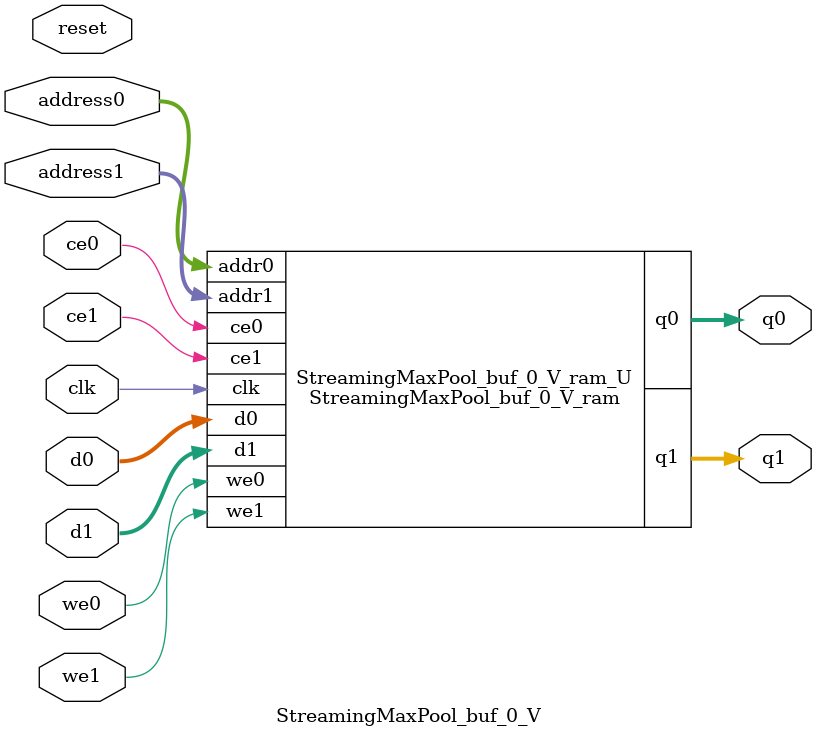
<source format=v>
`timescale 1 ns / 1 ps
module StreamingMaxPool_buf_0_V_ram (addr0, ce0, d0, we0, q0, addr1, ce1, d1, we1, q1,  clk);

parameter DWIDTH = 2;
parameter AWIDTH = 4;
parameter MEM_SIZE = 14;

input[AWIDTH-1:0] addr0;
input ce0;
input[DWIDTH-1:0] d0;
input we0;
output reg[DWIDTH-1:0] q0;
input[AWIDTH-1:0] addr1;
input ce1;
input[DWIDTH-1:0] d1;
input we1;
output reg[DWIDTH-1:0] q1;
input clk;

(* ram_style = "block" *)reg [DWIDTH-1:0] ram[0:MEM_SIZE-1];




always @(posedge clk)  
begin 
    if (ce0) 
    begin
        if (we0) 
        begin 
            ram[addr0] <= d0; 
        end 
        q0 <= ram[addr0];
    end
end


always @(posedge clk)  
begin 
    if (ce1) 
    begin
        if (we1) 
        begin 
            ram[addr1] <= d1; 
        end 
        q1 <= ram[addr1];
    end
end


endmodule

`timescale 1 ns / 1 ps
module StreamingMaxPool_buf_0_V(
    reset,
    clk,
    address0,
    ce0,
    we0,
    d0,
    q0,
    address1,
    ce1,
    we1,
    d1,
    q1);

parameter DataWidth = 32'd2;
parameter AddressRange = 32'd14;
parameter AddressWidth = 32'd4;
input reset;
input clk;
input[AddressWidth - 1:0] address0;
input ce0;
input we0;
input[DataWidth - 1:0] d0;
output[DataWidth - 1:0] q0;
input[AddressWidth - 1:0] address1;
input ce1;
input we1;
input[DataWidth - 1:0] d1;
output[DataWidth - 1:0] q1;



StreamingMaxPool_buf_0_V_ram StreamingMaxPool_buf_0_V_ram_U(
    .clk( clk ),
    .addr0( address0 ),
    .ce0( ce0 ),
    .we0( we0 ),
    .d0( d0 ),
    .q0( q0 ),
    .addr1( address1 ),
    .ce1( ce1 ),
    .we1( we1 ),
    .d1( d1 ),
    .q1( q1 ));

endmodule


</source>
